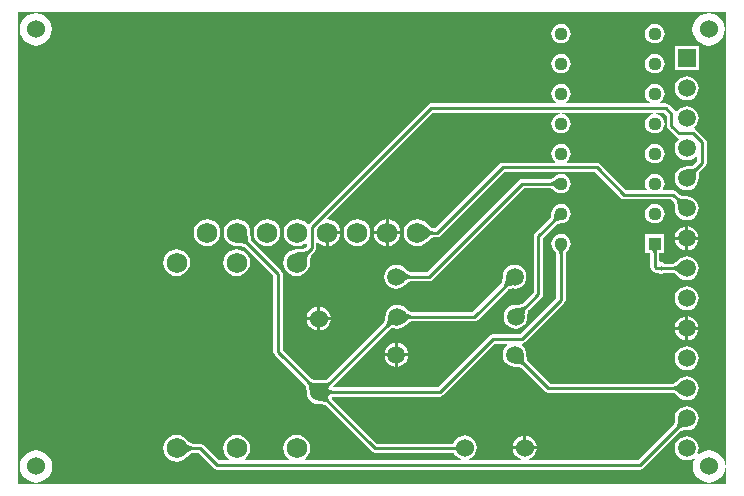
<source format=gtl>
G04*
G04 #@! TF.GenerationSoftware,Altium Limited,Altium Designer,20.2.6 (244)*
G04*
G04 Layer_Physical_Order=1*
G04 Layer_Color=255*
%FSLAX43Y43*%
%MOMM*%
G71*
G04*
G04 #@! TF.SameCoordinates,70A9E041-225B-441C-BFEB-4F53169E124C*
G04*
G04*
G04 #@! TF.FilePolarity,Positive*
G04*
G01*
G75*
%ADD12C,0.254*%
%ADD20R,1.130X1.130*%
%ADD21C,1.130*%
%ADD22C,1.750*%
%ADD23C,1.524*%
%ADD24C,1.500*%
%ADD25C,1.750*%
%ADD26R,1.500X1.500*%
G36*
X59995Y1655D02*
X59868Y1647D01*
X59841Y1852D01*
X59704Y2181D01*
X59487Y2464D01*
X59204Y2681D01*
X58875Y2818D01*
X58522Y2864D01*
X58168Y2818D01*
X57839Y2681D01*
X57656Y2541D01*
X57552Y2621D01*
X57620Y2786D01*
X57655Y3048D01*
X57620Y3310D01*
X57519Y3554D01*
X57358Y3764D01*
X57148Y3925D01*
X56904Y4026D01*
X56642Y4061D01*
X56380Y4026D01*
X56136Y3925D01*
X55926Y3764D01*
X55765Y3554D01*
X55664Y3310D01*
X55629Y3048D01*
X55664Y2786D01*
X55765Y2542D01*
X55926Y2332D01*
X56136Y2171D01*
X56380Y2070D01*
X56642Y2035D01*
X56904Y2070D01*
X57148Y2171D01*
X57220Y2226D01*
X57324Y2146D01*
X57202Y1852D01*
X57156Y1499D01*
X57202Y1145D01*
X57339Y816D01*
X57556Y533D01*
X57839Y316D01*
X58168Y179D01*
X58522Y133D01*
X58875Y179D01*
X59204Y316D01*
X59487Y533D01*
X59704Y816D01*
X59841Y1145D01*
X59868Y1351D01*
X59995Y1342D01*
Y0D01*
X0D01*
Y40005D01*
X59995D01*
Y1655D01*
D02*
G37*
%LPC*%
G36*
X53939Y38970D02*
X53726Y38942D01*
X53526Y38859D01*
X53355Y38728D01*
X53224Y38557D01*
X53141Y38358D01*
X53113Y38144D01*
X53141Y37930D01*
X53224Y37731D01*
X53355Y37560D01*
X53526Y37429D01*
X53726Y37346D01*
X53939Y37318D01*
X54153Y37346D01*
X54352Y37429D01*
X54524Y37560D01*
X54655Y37731D01*
X54737Y37930D01*
X54765Y38144D01*
X54737Y38358D01*
X54655Y38557D01*
X54524Y38728D01*
X54352Y38859D01*
X54153Y38942D01*
X53939Y38970D01*
D02*
G37*
G36*
X45999D02*
X45786Y38942D01*
X45586Y38859D01*
X45415Y38728D01*
X45284Y38557D01*
X45201Y38358D01*
X45173Y38144D01*
X45201Y37930D01*
X45284Y37731D01*
X45415Y37560D01*
X45586Y37429D01*
X45786Y37346D01*
X45999Y37318D01*
X46213Y37346D01*
X46412Y37429D01*
X46584Y37560D01*
X46715Y37731D01*
X46797Y37930D01*
X46825Y38144D01*
X46797Y38358D01*
X46715Y38557D01*
X46584Y38728D01*
X46412Y38859D01*
X46213Y38942D01*
X45999Y38970D01*
D02*
G37*
G36*
X58496Y39872D02*
X58143Y39826D01*
X57813Y39689D01*
X57531Y39472D01*
X57313Y39189D01*
X57177Y38860D01*
X57131Y38506D01*
X57177Y38153D01*
X57313Y37824D01*
X57531Y37541D01*
X57813Y37324D01*
X58143Y37187D01*
X58496Y37141D01*
X58850Y37187D01*
X59179Y37324D01*
X59462Y37541D01*
X59679Y37824D01*
X59815Y38153D01*
X59862Y38506D01*
X59815Y38860D01*
X59679Y39189D01*
X59462Y39472D01*
X59179Y39689D01*
X58850Y39826D01*
X58496Y39872D01*
D02*
G37*
G36*
X1524D02*
X1171Y39826D01*
X841Y39689D01*
X558Y39472D01*
X341Y39189D01*
X205Y38860D01*
X158Y38506D01*
X205Y38153D01*
X341Y37824D01*
X558Y37541D01*
X841Y37324D01*
X1171Y37187D01*
X1524Y37141D01*
X1877Y37187D01*
X2207Y37324D01*
X2490Y37541D01*
X2707Y37824D01*
X2843Y38153D01*
X2890Y38506D01*
X2843Y38860D01*
X2707Y39189D01*
X2490Y39472D01*
X2207Y39689D01*
X1877Y39826D01*
X1524Y39872D01*
D02*
G37*
G36*
X57646Y37072D02*
X55638D01*
Y35064D01*
X57646D01*
Y37072D01*
D02*
G37*
G36*
X53939Y36430D02*
X53726Y36402D01*
X53526Y36319D01*
X53355Y36188D01*
X53224Y36017D01*
X53141Y35818D01*
X53113Y35604D01*
X53141Y35390D01*
X53224Y35191D01*
X53355Y35020D01*
X53526Y34889D01*
X53726Y34806D01*
X53939Y34778D01*
X54153Y34806D01*
X54352Y34889D01*
X54524Y35020D01*
X54655Y35191D01*
X54737Y35390D01*
X54765Y35604D01*
X54737Y35818D01*
X54655Y36017D01*
X54524Y36188D01*
X54352Y36319D01*
X54153Y36402D01*
X53939Y36430D01*
D02*
G37*
G36*
X45999D02*
X45786Y36402D01*
X45586Y36319D01*
X45415Y36188D01*
X45284Y36017D01*
X45201Y35818D01*
X45173Y35604D01*
X45201Y35390D01*
X45284Y35191D01*
X45415Y35020D01*
X45586Y34889D01*
X45786Y34806D01*
X45999Y34778D01*
X46213Y34806D01*
X46412Y34889D01*
X46584Y35020D01*
X46715Y35191D01*
X46797Y35390D01*
X46825Y35604D01*
X46797Y35818D01*
X46715Y36017D01*
X46584Y36188D01*
X46412Y36319D01*
X46213Y36402D01*
X45999Y36430D01*
D02*
G37*
G36*
X56642Y34541D02*
X56380Y34506D01*
X56136Y34405D01*
X55926Y34244D01*
X55765Y34034D01*
X55664Y33790D01*
X55629Y33528D01*
X55664Y33266D01*
X55765Y33022D01*
X55926Y32812D01*
X56136Y32651D01*
X56380Y32550D01*
X56642Y32515D01*
X56904Y32550D01*
X57148Y32651D01*
X57358Y32812D01*
X57519Y33022D01*
X57620Y33266D01*
X57655Y33528D01*
X57620Y33790D01*
X57519Y34034D01*
X57358Y34244D01*
X57148Y34405D01*
X56904Y34506D01*
X56642Y34541D01*
D02*
G37*
G36*
X53939Y33890D02*
X53726Y33862D01*
X53526Y33779D01*
X53355Y33648D01*
X53224Y33477D01*
X53141Y33278D01*
X53113Y33064D01*
X53141Y32850D01*
X53224Y32651D01*
X53355Y32480D01*
X53502Y32367D01*
X53483Y32267D01*
X53469Y32240D01*
X46470D01*
X46456Y32267D01*
X46436Y32367D01*
X46584Y32480D01*
X46715Y32651D01*
X46797Y32850D01*
X46825Y33064D01*
X46797Y33278D01*
X46715Y33477D01*
X46584Y33648D01*
X46412Y33779D01*
X46213Y33862D01*
X45999Y33890D01*
X45786Y33862D01*
X45586Y33779D01*
X45415Y33648D01*
X45284Y33477D01*
X45201Y33278D01*
X45173Y33064D01*
X45201Y32850D01*
X45284Y32651D01*
X45415Y32480D01*
X45562Y32367D01*
X45543Y32267D01*
X45529Y32240D01*
X34975D01*
X34826Y32210D01*
X34700Y32126D01*
X24636Y22063D01*
X24602Y22043D01*
X24494Y22039D01*
X24453Y22093D01*
X24217Y22274D01*
X23942Y22388D01*
X23647Y22427D01*
X23353Y22388D01*
X23078Y22274D01*
X22842Y22093D01*
X22661Y21857D01*
X22547Y21583D01*
X22509Y21288D01*
X22547Y20993D01*
X22661Y20719D01*
X22842Y20483D01*
X23078Y20302D01*
X23353Y20188D01*
X23647Y20149D01*
X23942Y20188D01*
X24217Y20302D01*
X24388Y20433D01*
X24515Y20371D01*
Y20190D01*
X24316Y19992D01*
X24316Y19992D01*
X24290Y19975D01*
X24251Y19957D01*
X24200Y19939D01*
X24135Y19922D01*
X24058Y19907D01*
X23971Y19896D01*
X23753Y19883D01*
X23657Y19882D01*
X23622Y19887D01*
X23327Y19848D01*
X23053Y19734D01*
X22817Y19553D01*
X22636Y19317D01*
X22522Y19043D01*
X22483Y18748D01*
X22522Y18453D01*
X22636Y18179D01*
X22817Y17943D01*
X23053Y17762D01*
X23327Y17648D01*
X23622Y17609D01*
X23917Y17648D01*
X24191Y17762D01*
X24427Y17943D01*
X24608Y18179D01*
X24722Y18453D01*
X24761Y18748D01*
X24756Y18783D01*
X24757Y18879D01*
X24770Y19097D01*
X24781Y19184D01*
X24796Y19261D01*
X24813Y19326D01*
X24831Y19377D01*
X24849Y19416D01*
X24866Y19442D01*
X24866Y19442D01*
X25178Y19755D01*
X25262Y19881D01*
X25292Y20029D01*
Y20404D01*
X25419Y20455D01*
X25618Y20302D01*
X25893Y20188D01*
X26060Y20166D01*
Y21288D01*
X26187D01*
Y21415D01*
X27309D01*
X27287Y21583D01*
X27174Y21857D01*
X26993Y22093D01*
X26757Y22274D01*
X26482Y22388D01*
X26268Y22416D01*
X26223Y22550D01*
X35136Y31463D01*
X45885D01*
X45894Y31336D01*
X45786Y31322D01*
X45586Y31239D01*
X45415Y31108D01*
X45284Y30937D01*
X45201Y30738D01*
X45173Y30524D01*
X45201Y30310D01*
X45284Y30111D01*
X45415Y29940D01*
X45586Y29809D01*
X45786Y29726D01*
X45999Y29698D01*
X46213Y29726D01*
X46412Y29809D01*
X46584Y29940D01*
X46715Y30111D01*
X46797Y30310D01*
X46825Y30524D01*
X46797Y30738D01*
X46715Y30937D01*
X46584Y31108D01*
X46412Y31239D01*
X46213Y31322D01*
X46105Y31336D01*
X46114Y31463D01*
X53825D01*
X53834Y31336D01*
X53726Y31322D01*
X53526Y31239D01*
X53355Y31108D01*
X53224Y30937D01*
X53141Y30738D01*
X53113Y30524D01*
X53141Y30310D01*
X53224Y30111D01*
X53355Y29940D01*
X53526Y29809D01*
X53726Y29726D01*
X53939Y29698D01*
X54153Y29726D01*
X54352Y29809D01*
X54524Y29940D01*
X54655Y30111D01*
X54737Y30310D01*
X54765Y30524D01*
X54737Y30738D01*
X54655Y30937D01*
X54524Y31108D01*
X54352Y31239D01*
X54153Y31322D01*
X54045Y31336D01*
X54054Y31463D01*
X54703D01*
X54958Y31208D01*
Y30353D01*
X54988Y30204D01*
X55072Y30078D01*
X55707Y29443D01*
X55833Y29359D01*
X55943Y29337D01*
X55979Y29234D01*
X55978Y29204D01*
X55926Y29164D01*
X55765Y28954D01*
X55664Y28710D01*
X55629Y28448D01*
X55664Y28186D01*
X55765Y27942D01*
X55926Y27732D01*
X56136Y27571D01*
X56380Y27470D01*
X56642Y27435D01*
X56904Y27470D01*
X57148Y27571D01*
X57358Y27732D01*
X57422Y27815D01*
X57549Y27772D01*
Y27364D01*
X57194Y27010D01*
X57175Y26997D01*
X57144Y26982D01*
X57104Y26967D01*
X57052Y26952D01*
X56991Y26939D01*
X56923Y26930D01*
X56747Y26918D01*
X56669Y26917D01*
X56642Y26921D01*
X56380Y26886D01*
X56136Y26785D01*
X55926Y26624D01*
X55765Y26414D01*
X55664Y26170D01*
X55629Y25908D01*
X55664Y25646D01*
X55765Y25402D01*
X55926Y25192D01*
X56136Y25031D01*
X56380Y24930D01*
X56642Y24895D01*
X56904Y24930D01*
X57148Y25031D01*
X57358Y25192D01*
X57519Y25402D01*
X57620Y25646D01*
X57655Y25908D01*
X57651Y25935D01*
X57652Y26013D01*
X57664Y26189D01*
X57673Y26257D01*
X57686Y26318D01*
X57701Y26370D01*
X57716Y26410D01*
X57731Y26441D01*
X57744Y26460D01*
X58212Y26929D01*
X58296Y27055D01*
X58326Y27203D01*
Y28956D01*
X58296Y29105D01*
X58212Y29231D01*
X57450Y29993D01*
X57324Y30077D01*
X57315Y30079D01*
X57283Y30215D01*
X57358Y30272D01*
X57519Y30482D01*
X57620Y30726D01*
X57655Y30988D01*
X57620Y31250D01*
X57519Y31494D01*
X57358Y31704D01*
X57148Y31865D01*
X56904Y31966D01*
X56642Y32001D01*
X56380Y31966D01*
X56136Y31865D01*
X55926Y31704D01*
X55817Y31562D01*
X55815Y31561D01*
X55667Y31575D01*
X55621Y31644D01*
X55139Y32126D01*
X55013Y32210D01*
X54864Y32240D01*
X54410D01*
X54396Y32267D01*
X54376Y32367D01*
X54524Y32480D01*
X54655Y32651D01*
X54737Y32850D01*
X54765Y33064D01*
X54737Y33278D01*
X54655Y33477D01*
X54524Y33648D01*
X54352Y33779D01*
X54153Y33862D01*
X53939Y33890D01*
D02*
G37*
G36*
Y28810D02*
X53726Y28782D01*
X53526Y28699D01*
X53355Y28568D01*
X53224Y28397D01*
X53141Y28198D01*
X53113Y27984D01*
X53141Y27770D01*
X53224Y27571D01*
X53355Y27400D01*
X53526Y27269D01*
X53726Y27186D01*
X53939Y27158D01*
X54153Y27186D01*
X54352Y27269D01*
X54524Y27400D01*
X54655Y27571D01*
X54737Y27770D01*
X54765Y27984D01*
X54737Y28198D01*
X54655Y28397D01*
X54524Y28568D01*
X54352Y28699D01*
X54153Y28782D01*
X53939Y28810D01*
D02*
G37*
G36*
X45999Y26270D02*
X45786Y26242D01*
X45586Y26159D01*
X45415Y26028D01*
X45406Y26016D01*
X45367Y25978D01*
X45326Y25941D01*
X45287Y25910D01*
X45250Y25885D01*
X45218Y25865D01*
X45189Y25851D01*
X45163Y25841D01*
X45142Y25834D01*
X45131Y25832D01*
X42696D01*
X42547Y25803D01*
X42421Y25719D01*
X34670Y17968D01*
X33232D01*
X33209Y17973D01*
X33177Y17984D01*
X33137Y18002D01*
X33091Y18028D01*
X33039Y18062D01*
X32984Y18103D01*
X32851Y18219D01*
X32795Y18274D01*
X32778Y18296D01*
X32569Y18457D01*
X32325Y18558D01*
X32062Y18592D01*
X31800Y18558D01*
X31556Y18457D01*
X31346Y18296D01*
X31185Y18086D01*
X31084Y17842D01*
X31050Y17580D01*
X31084Y17317D01*
X31185Y17073D01*
X31346Y16864D01*
X31556Y16703D01*
X31800Y16601D01*
X32062Y16567D01*
X32325Y16601D01*
X32569Y16703D01*
X32778Y16864D01*
X32795Y16885D01*
X32851Y16940D01*
X32984Y17056D01*
X33039Y17097D01*
X33091Y17132D01*
X33137Y17158D01*
X33177Y17176D01*
X33209Y17186D01*
X33232Y17191D01*
X34831D01*
X34980Y17221D01*
X35106Y17305D01*
X42857Y25056D01*
X45131D01*
X45142Y25054D01*
X45163Y25047D01*
X45189Y25037D01*
X45218Y25023D01*
X45250Y25003D01*
X45284Y24980D01*
X45370Y24908D01*
X45406Y24872D01*
X45415Y24860D01*
X45586Y24729D01*
X45786Y24646D01*
X45999Y24618D01*
X46213Y24646D01*
X46412Y24729D01*
X46584Y24860D01*
X46715Y25031D01*
X46797Y25230D01*
X46825Y25444D01*
X46797Y25658D01*
X46715Y25857D01*
X46584Y26028D01*
X46412Y26159D01*
X46213Y26242D01*
X45999Y26270D01*
D02*
G37*
G36*
Y28810D02*
X45786Y28782D01*
X45586Y28699D01*
X45415Y28568D01*
X45284Y28397D01*
X45201Y28198D01*
X45173Y27984D01*
X45201Y27770D01*
X45284Y27571D01*
X45415Y27400D01*
X45496Y27338D01*
X45453Y27211D01*
X41046D01*
X40898Y27181D01*
X40772Y27097D01*
X35351Y21676D01*
X35178D01*
X35178Y21676D01*
X35148Y21683D01*
X35108Y21698D01*
X35058Y21722D01*
X35000Y21755D01*
X34935Y21800D01*
X34866Y21853D01*
X34703Y21997D01*
X34634Y22065D01*
X34613Y22093D01*
X34377Y22274D01*
X34102Y22388D01*
X33807Y22427D01*
X33513Y22388D01*
X33238Y22274D01*
X33002Y22093D01*
X32821Y21857D01*
X32707Y21583D01*
X32669Y21288D01*
X32707Y20993D01*
X32821Y20719D01*
X33002Y20483D01*
X33238Y20302D01*
X33513Y20188D01*
X33807Y20149D01*
X34102Y20188D01*
X34377Y20302D01*
X34613Y20483D01*
X34634Y20511D01*
X34703Y20579D01*
X34866Y20723D01*
X34935Y20776D01*
X35000Y20821D01*
X35058Y20854D01*
X35108Y20878D01*
X35148Y20893D01*
X35178Y20900D01*
X35178Y20900D01*
X35512D01*
X35661Y20929D01*
X35787Y21013D01*
X41207Y26434D01*
X48852D01*
X51063Y24223D01*
X51189Y24139D01*
X51337Y24110D01*
X55351D01*
X55540Y23920D01*
X55553Y23901D01*
X55568Y23870D01*
X55583Y23830D01*
X55598Y23778D01*
X55611Y23717D01*
X55620Y23649D01*
X55632Y23473D01*
X55633Y23395D01*
X55629Y23368D01*
X55664Y23106D01*
X55765Y22862D01*
X55926Y22652D01*
X56136Y22491D01*
X56380Y22390D01*
X56642Y22355D01*
X56904Y22390D01*
X57148Y22491D01*
X57358Y22652D01*
X57519Y22862D01*
X57620Y23106D01*
X57655Y23368D01*
X57620Y23630D01*
X57519Y23874D01*
X57358Y24084D01*
X57148Y24245D01*
X56904Y24346D01*
X56642Y24381D01*
X56615Y24377D01*
X56537Y24378D01*
X56361Y24390D01*
X56293Y24399D01*
X56232Y24412D01*
X56180Y24427D01*
X56140Y24442D01*
X56109Y24457D01*
X56090Y24470D01*
X55787Y24773D01*
X55661Y24857D01*
X55512Y24886D01*
X54687D01*
X54631Y25000D01*
X54655Y25031D01*
X54737Y25230D01*
X54765Y25444D01*
X54737Y25658D01*
X54655Y25857D01*
X54524Y26028D01*
X54352Y26159D01*
X54153Y26242D01*
X53939Y26270D01*
X53726Y26242D01*
X53526Y26159D01*
X53355Y26028D01*
X53224Y25857D01*
X53141Y25658D01*
X53113Y25444D01*
X53141Y25230D01*
X53224Y25031D01*
X53247Y25000D01*
X53191Y24886D01*
X51498D01*
X49287Y27097D01*
X49161Y27181D01*
X49013Y27211D01*
X46546D01*
X46503Y27338D01*
X46584Y27400D01*
X46715Y27571D01*
X46797Y27770D01*
X46825Y27984D01*
X46797Y28198D01*
X46715Y28397D01*
X46584Y28568D01*
X46412Y28699D01*
X46213Y28782D01*
X45999Y28810D01*
D02*
G37*
G36*
X53939Y23730D02*
X53726Y23702D01*
X53526Y23619D01*
X53355Y23488D01*
X53224Y23317D01*
X53141Y23118D01*
X53113Y22904D01*
X53141Y22690D01*
X53224Y22491D01*
X53355Y22320D01*
X53526Y22189D01*
X53726Y22106D01*
X53939Y22078D01*
X54153Y22106D01*
X54352Y22189D01*
X54524Y22320D01*
X54655Y22491D01*
X54737Y22690D01*
X54765Y22904D01*
X54737Y23118D01*
X54655Y23317D01*
X54524Y23488D01*
X54352Y23619D01*
X54153Y23702D01*
X53939Y23730D01*
D02*
G37*
G36*
X45999D02*
X45786Y23702D01*
X45586Y23619D01*
X45415Y23488D01*
X45284Y23317D01*
X45201Y23118D01*
X45173Y22904D01*
X45175Y22889D01*
X45175Y22835D01*
X45171Y22779D01*
X45166Y22730D01*
X45158Y22686D01*
X45149Y22649D01*
X45139Y22618D01*
X45128Y22593D01*
X45117Y22574D01*
X45111Y22565D01*
X43805Y21259D01*
X43721Y21133D01*
X43691Y20984D01*
Y16270D01*
X42698Y15278D01*
X42679Y15265D01*
X42649Y15250D01*
X42608Y15235D01*
X42557Y15220D01*
X42495Y15207D01*
X42427Y15198D01*
X42252Y15186D01*
X42173Y15185D01*
X42146Y15189D01*
X41884Y15154D01*
X41640Y15053D01*
X41430Y14892D01*
X41269Y14682D01*
X41168Y14438D01*
X41134Y14176D01*
X41168Y13914D01*
X41269Y13670D01*
X41430Y13460D01*
X41640Y13299D01*
X41884Y13198D01*
X42146Y13163D01*
X42408Y13198D01*
X42653Y13299D01*
X42862Y13460D01*
X43023Y13670D01*
X43124Y13914D01*
X43159Y14176D01*
X43155Y14203D01*
X43156Y14281D01*
X43168Y14457D01*
X43178Y14525D01*
X43190Y14586D01*
X43205Y14638D01*
X43220Y14678D01*
X43235Y14709D01*
X43248Y14728D01*
X44354Y15835D01*
X44438Y15961D01*
X44468Y16109D01*
Y20823D01*
X45660Y22015D01*
X45669Y22022D01*
X45689Y22032D01*
X45714Y22043D01*
X45744Y22053D01*
X45782Y22063D01*
X45821Y22070D01*
X45933Y22079D01*
X45984Y22080D01*
X45999Y22078D01*
X46213Y22106D01*
X46412Y22189D01*
X46584Y22320D01*
X46715Y22491D01*
X46797Y22690D01*
X46825Y22904D01*
X46797Y23118D01*
X46715Y23317D01*
X46584Y23488D01*
X46412Y23619D01*
X46213Y23702D01*
X45999Y23730D01*
D02*
G37*
G36*
X31394Y22410D02*
Y21415D01*
X32389D01*
X32367Y21583D01*
X32254Y21857D01*
X32073Y22093D01*
X31837Y22274D01*
X31562Y22388D01*
X31394Y22410D01*
D02*
G37*
G36*
X31140D02*
X30973Y22388D01*
X30698Y22274D01*
X30462Y22093D01*
X30281Y21857D01*
X30167Y21583D01*
X30145Y21415D01*
X31140D01*
Y22410D01*
D02*
G37*
G36*
X56769Y21824D02*
Y20955D01*
X57638D01*
X57620Y21090D01*
X57519Y21334D01*
X57358Y21544D01*
X57148Y21705D01*
X56904Y21806D01*
X56769Y21824D01*
D02*
G37*
G36*
X56515D02*
X56380Y21806D01*
X56136Y21705D01*
X55926Y21544D01*
X55765Y21334D01*
X55664Y21090D01*
X55646Y20955D01*
X56515D01*
Y21824D01*
D02*
G37*
G36*
X32389Y21161D02*
X31394D01*
Y20166D01*
X31562Y20188D01*
X31837Y20302D01*
X32073Y20483D01*
X32254Y20719D01*
X32367Y20993D01*
X32389Y21161D01*
D02*
G37*
G36*
X31140D02*
X30145D01*
X30167Y20993D01*
X30281Y20719D01*
X30462Y20483D01*
X30698Y20302D01*
X30973Y20188D01*
X31140Y20166D01*
Y21161D01*
D02*
G37*
G36*
X27309D02*
X26314D01*
Y20166D01*
X26482Y20188D01*
X26757Y20302D01*
X26993Y20483D01*
X27174Y20719D01*
X27287Y20993D01*
X27309Y21161D01*
D02*
G37*
G36*
X28727Y22427D02*
X28433Y22388D01*
X28158Y22274D01*
X27922Y22093D01*
X27741Y21857D01*
X27627Y21583D01*
X27589Y21288D01*
X27627Y20993D01*
X27741Y20719D01*
X27922Y20483D01*
X28158Y20302D01*
X28433Y20188D01*
X28727Y20149D01*
X29022Y20188D01*
X29297Y20302D01*
X29533Y20483D01*
X29714Y20719D01*
X29827Y20993D01*
X29866Y21288D01*
X29827Y21583D01*
X29714Y21857D01*
X29533Y22093D01*
X29297Y22274D01*
X29022Y22388D01*
X28727Y22427D01*
D02*
G37*
G36*
X21107D02*
X20813Y22388D01*
X20538Y22274D01*
X20302Y22093D01*
X20121Y21857D01*
X20007Y21583D01*
X19969Y21288D01*
X20007Y20993D01*
X20121Y20719D01*
X20302Y20483D01*
X20538Y20302D01*
X20813Y20188D01*
X21107Y20149D01*
X21402Y20188D01*
X21677Y20302D01*
X21913Y20483D01*
X22094Y20719D01*
X22207Y20993D01*
X22246Y21288D01*
X22207Y21583D01*
X22094Y21857D01*
X21913Y22093D01*
X21677Y22274D01*
X21402Y22388D01*
X21107Y22427D01*
D02*
G37*
G36*
X16027D02*
X15733Y22388D01*
X15458Y22274D01*
X15222Y22093D01*
X15041Y21857D01*
X14927Y21583D01*
X14889Y21288D01*
X14927Y20993D01*
X15041Y20719D01*
X15222Y20483D01*
X15458Y20302D01*
X15733Y20188D01*
X16027Y20149D01*
X16322Y20188D01*
X16597Y20302D01*
X16833Y20483D01*
X17014Y20719D01*
X17127Y20993D01*
X17166Y21288D01*
X17127Y21583D01*
X17014Y21857D01*
X16833Y22093D01*
X16597Y22274D01*
X16322Y22388D01*
X16027Y22427D01*
D02*
G37*
G36*
X57638Y20701D02*
X56769D01*
Y19832D01*
X56904Y19850D01*
X57148Y19951D01*
X57358Y20112D01*
X57519Y20322D01*
X57620Y20566D01*
X57638Y20701D01*
D02*
G37*
G36*
X56515D02*
X55646D01*
X55664Y20566D01*
X55765Y20322D01*
X55926Y20112D01*
X56136Y19951D01*
X56380Y19850D01*
X56515Y19832D01*
Y20701D01*
D02*
G37*
G36*
X18542Y19887D02*
X18247Y19848D01*
X17973Y19734D01*
X17737Y19553D01*
X17556Y19317D01*
X17442Y19043D01*
X17403Y18748D01*
X17442Y18453D01*
X17556Y18179D01*
X17737Y17943D01*
X17973Y17762D01*
X18247Y17648D01*
X18542Y17609D01*
X18837Y17648D01*
X19111Y17762D01*
X19347Y17943D01*
X19528Y18179D01*
X19642Y18453D01*
X19681Y18748D01*
X19642Y19043D01*
X19528Y19317D01*
X19347Y19553D01*
X19111Y19734D01*
X18837Y19848D01*
X18542Y19887D01*
D02*
G37*
G36*
X13462D02*
X13167Y19848D01*
X12893Y19734D01*
X12657Y19553D01*
X12476Y19317D01*
X12362Y19043D01*
X12323Y18748D01*
X12362Y18453D01*
X12476Y18179D01*
X12657Y17943D01*
X12893Y17762D01*
X13167Y17648D01*
X13462Y17609D01*
X13757Y17648D01*
X14031Y17762D01*
X14267Y17943D01*
X14448Y18179D01*
X14562Y18453D01*
X14601Y18748D01*
X14562Y19043D01*
X14448Y19317D01*
X14267Y19553D01*
X14031Y19734D01*
X13757Y19848D01*
X13462Y19887D01*
D02*
G37*
G36*
X54758Y21183D02*
X53120D01*
Y19545D01*
X53551D01*
Y18364D01*
X53581Y18216D01*
X53665Y18090D01*
X53741Y18013D01*
X53867Y17929D01*
X54016Y17900D01*
X54282D01*
X54297Y17871D01*
X54307Y17862D01*
X54315Y17851D01*
X54346Y17830D01*
X54374Y17807D01*
X54388Y17802D01*
X54399Y17795D01*
X54436Y17788D01*
X54471Y17776D01*
X54485Y17778D01*
X54498Y17775D01*
X54535Y17782D01*
X54572Y17786D01*
X54584Y17792D01*
X54597Y17795D01*
X54628Y17815D01*
X54661Y17833D01*
X54670Y17843D01*
X54681Y17851D01*
X54702Y17882D01*
X54717Y17900D01*
X55473D01*
X55495Y17895D01*
X55527Y17884D01*
X55567Y17866D01*
X55613Y17840D01*
X55666Y17806D01*
X55721Y17764D01*
X55853Y17649D01*
X55909Y17594D01*
X55926Y17572D01*
X56136Y17411D01*
X56380Y17310D01*
X56642Y17275D01*
X56904Y17310D01*
X57148Y17411D01*
X57358Y17572D01*
X57519Y17782D01*
X57620Y18026D01*
X57655Y18288D01*
X57620Y18550D01*
X57519Y18794D01*
X57358Y19004D01*
X57148Y19165D01*
X56904Y19266D01*
X56642Y19301D01*
X56380Y19266D01*
X56136Y19165D01*
X55926Y19004D01*
X55909Y18982D01*
X55853Y18927D01*
X55721Y18812D01*
X55666Y18770D01*
X55613Y18736D01*
X55567Y18710D01*
X55527Y18692D01*
X55495Y18681D01*
X55473Y18676D01*
X54717D01*
X54702Y18694D01*
X54681Y18725D01*
X54670Y18733D01*
X54661Y18743D01*
X54628Y18761D01*
X54597Y18781D01*
X54584Y18784D01*
X54572Y18790D01*
X54535Y18794D01*
X54498Y18801D01*
X54485Y18798D01*
X54471Y18800D01*
X54455Y18795D01*
X54394Y18822D01*
X54345Y18861D01*
X54328Y18886D01*
Y19545D01*
X54758D01*
Y21183D01*
D02*
G37*
G36*
X56642Y16761D02*
X56380Y16726D01*
X56136Y16625D01*
X55926Y16464D01*
X55765Y16254D01*
X55664Y16010D01*
X55629Y15748D01*
X55664Y15486D01*
X55765Y15242D01*
X55926Y15032D01*
X56136Y14871D01*
X56380Y14770D01*
X56642Y14735D01*
X56904Y14770D01*
X57148Y14871D01*
X57358Y15032D01*
X57519Y15242D01*
X57620Y15486D01*
X57655Y15748D01*
X57620Y16010D01*
X57519Y16254D01*
X57358Y16464D01*
X57148Y16625D01*
X56904Y16726D01*
X56642Y16761D01*
D02*
G37*
G36*
X25603Y15032D02*
Y14151D01*
X26484D01*
X26466Y14289D01*
X26364Y14536D01*
X26201Y14748D01*
X25989Y14911D01*
X25741Y15013D01*
X25603Y15032D01*
D02*
G37*
G36*
X25349D02*
X25211Y15013D01*
X24964Y14911D01*
X24752Y14748D01*
X24589Y14536D01*
X24486Y14289D01*
X24468Y14151D01*
X25349D01*
Y15032D01*
D02*
G37*
G36*
X56769Y14204D02*
Y13335D01*
X57638D01*
X57620Y13470D01*
X57519Y13714D01*
X57358Y13924D01*
X57148Y14085D01*
X56904Y14186D01*
X56769Y14204D01*
D02*
G37*
G36*
X56515D02*
X56380Y14186D01*
X56136Y14085D01*
X55926Y13924D01*
X55765Y13714D01*
X55664Y13470D01*
X55646Y13335D01*
X56515D01*
Y14204D01*
D02*
G37*
G36*
X26484Y13897D02*
X25603D01*
Y13016D01*
X25741Y13034D01*
X25989Y13136D01*
X26201Y13299D01*
X26364Y13511D01*
X26466Y13758D01*
X26484Y13897D01*
D02*
G37*
G36*
X25349D02*
X24468D01*
X24486Y13758D01*
X24589Y13511D01*
X24752Y13299D01*
X24964Y13136D01*
X25211Y13034D01*
X25349Y13016D01*
Y13897D01*
D02*
G37*
G36*
X57638Y13081D02*
X56769D01*
Y12212D01*
X56904Y12230D01*
X57148Y12331D01*
X57358Y12492D01*
X57519Y12702D01*
X57620Y12946D01*
X57638Y13081D01*
D02*
G37*
G36*
X56515D02*
X55646D01*
X55664Y12946D01*
X55765Y12702D01*
X55926Y12492D01*
X56136Y12331D01*
X56380Y12230D01*
X56515Y12212D01*
Y13081D01*
D02*
G37*
G36*
X32189Y11946D02*
Y11077D01*
X33058D01*
X33041Y11212D01*
X32939Y11457D01*
X32778Y11666D01*
X32569Y11827D01*
X32325Y11928D01*
X32189Y11946D01*
D02*
G37*
G36*
X31935D02*
X31800Y11928D01*
X31556Y11827D01*
X31346Y11666D01*
X31185Y11457D01*
X31084Y11212D01*
X31066Y11077D01*
X31935D01*
Y11946D01*
D02*
G37*
G36*
X33058Y10823D02*
X32189D01*
Y9954D01*
X32325Y9972D01*
X32569Y10073D01*
X32778Y10234D01*
X32939Y10444D01*
X33041Y10688D01*
X33058Y10823D01*
D02*
G37*
G36*
X31935D02*
X31066D01*
X31084Y10688D01*
X31185Y10444D01*
X31346Y10234D01*
X31556Y10073D01*
X31800Y9972D01*
X31935Y9954D01*
Y10823D01*
D02*
G37*
G36*
X56642Y11681D02*
X56380Y11646D01*
X56136Y11545D01*
X55926Y11384D01*
X55765Y11174D01*
X55664Y10930D01*
X55629Y10668D01*
X55664Y10406D01*
X55765Y10162D01*
X55926Y9952D01*
X56136Y9791D01*
X56380Y9690D01*
X56642Y9655D01*
X56904Y9690D01*
X57148Y9791D01*
X57358Y9952D01*
X57519Y10162D01*
X57620Y10406D01*
X57655Y10668D01*
X57620Y10930D01*
X57519Y11174D01*
X57358Y11384D01*
X57148Y11545D01*
X56904Y11646D01*
X56642Y11681D01*
D02*
G37*
G36*
X18567Y22427D02*
X18273Y22388D01*
X17998Y22274D01*
X17762Y22093D01*
X17581Y21857D01*
X17467Y21583D01*
X17429Y21288D01*
X17467Y20993D01*
X17581Y20719D01*
X17762Y20483D01*
X17998Y20302D01*
X18273Y20188D01*
X18567Y20149D01*
X18603Y20154D01*
X18699Y20153D01*
X18917Y20140D01*
X19003Y20129D01*
X19080Y20114D01*
X19145Y20097D01*
X19197Y20079D01*
X19236Y20061D01*
X19262Y20044D01*
X19262Y20044D01*
X21655Y17651D01*
Y11233D01*
X21685Y11085D01*
X21769Y10959D01*
X24361Y8366D01*
X24374Y8347D01*
X24389Y8315D01*
X24405Y8273D01*
X24420Y8221D01*
X24433Y8158D01*
X24442Y8088D01*
X24455Y7909D01*
X24455Y7829D01*
X24451Y7801D01*
X24486Y7535D01*
X24589Y7288D01*
X24752Y7076D01*
X24964Y6913D01*
X25211Y6811D01*
X25476Y6776D01*
X25504Y6780D01*
X25584Y6779D01*
X25764Y6767D01*
X25834Y6757D01*
X25897Y6744D01*
X25949Y6729D01*
X25991Y6714D01*
X26022Y6698D01*
X26042Y6685D01*
X29954Y2773D01*
X30080Y2689D01*
X30229Y2660D01*
X36928D01*
X36959Y2586D01*
X37121Y2374D01*
X37334Y2211D01*
X37503Y2141D01*
X37478Y2014D01*
X24338D01*
X24295Y2141D01*
X24427Y2243D01*
X24608Y2479D01*
X24722Y2753D01*
X24761Y3048D01*
X24722Y3343D01*
X24608Y3617D01*
X24427Y3853D01*
X24191Y4034D01*
X23917Y4148D01*
X23622Y4187D01*
X23327Y4148D01*
X23053Y4034D01*
X22817Y3853D01*
X22636Y3617D01*
X22522Y3343D01*
X22483Y3048D01*
X22522Y2753D01*
X22636Y2479D01*
X22817Y2243D01*
X22949Y2141D01*
X22906Y2014D01*
X19258D01*
X19215Y2141D01*
X19347Y2243D01*
X19528Y2479D01*
X19642Y2753D01*
X19681Y3048D01*
X19642Y3343D01*
X19528Y3617D01*
X19347Y3853D01*
X19111Y4034D01*
X18837Y4148D01*
X18542Y4187D01*
X18247Y4148D01*
X17973Y4034D01*
X17737Y3853D01*
X17556Y3617D01*
X17442Y3343D01*
X17403Y3048D01*
X17442Y2753D01*
X17556Y2479D01*
X17737Y2243D01*
X17869Y2141D01*
X17826Y2014D01*
X17027D01*
X15718Y3323D01*
X15592Y3407D01*
X15443Y3436D01*
X14833D01*
X14832Y3436D01*
X14802Y3443D01*
X14762Y3458D01*
X14712Y3482D01*
X14655Y3515D01*
X14590Y3560D01*
X14521Y3613D01*
X14357Y3757D01*
X14289Y3825D01*
X14267Y3853D01*
X14031Y4034D01*
X13757Y4148D01*
X13462Y4187D01*
X13167Y4148D01*
X12893Y4034D01*
X12657Y3853D01*
X12476Y3617D01*
X12362Y3343D01*
X12323Y3048D01*
X12362Y2753D01*
X12476Y2479D01*
X12657Y2243D01*
X12893Y2062D01*
X13167Y1948D01*
X13462Y1909D01*
X13757Y1948D01*
X14031Y2062D01*
X14267Y2243D01*
X14289Y2271D01*
X14357Y2339D01*
X14521Y2483D01*
X14590Y2536D01*
X14655Y2581D01*
X14712Y2614D01*
X14762Y2638D01*
X14802Y2653D01*
X14832Y2660D01*
X14833Y2660D01*
X15282D01*
X16591Y1351D01*
X16717Y1267D01*
X16866Y1237D01*
X52680D01*
X52828Y1267D01*
X52954Y1351D01*
X56090Y4486D01*
X56109Y4499D01*
X56140Y4514D01*
X56180Y4529D01*
X56232Y4544D01*
X56293Y4557D01*
X56361Y4566D01*
X56537Y4578D01*
X56615Y4579D01*
X56642Y4575D01*
X56904Y4610D01*
X57148Y4711D01*
X57358Y4872D01*
X57519Y5082D01*
X57620Y5326D01*
X57655Y5588D01*
X57620Y5850D01*
X57519Y6094D01*
X57358Y6304D01*
X57148Y6465D01*
X56904Y6566D01*
X56642Y6601D01*
X56380Y6566D01*
X56136Y6465D01*
X55926Y6304D01*
X55765Y6094D01*
X55664Y5850D01*
X55629Y5588D01*
X55633Y5561D01*
X55632Y5483D01*
X55620Y5307D01*
X55611Y5239D01*
X55598Y5178D01*
X55583Y5126D01*
X55568Y5086D01*
X55553Y5055D01*
X55540Y5036D01*
X52519Y2014D01*
X43294D01*
X43269Y2141D01*
X43438Y2211D01*
X43651Y2374D01*
X43813Y2586D01*
X43916Y2834D01*
X43934Y2972D01*
X41918D01*
X41936Y2834D01*
X42039Y2586D01*
X42201Y2374D01*
X42414Y2211D01*
X42583Y2141D01*
X42558Y2014D01*
X38214D01*
X38189Y2141D01*
X38358Y2211D01*
X38571Y2374D01*
X38733Y2586D01*
X38836Y2834D01*
X38871Y3099D01*
X38836Y3364D01*
X38733Y3611D01*
X38571Y3823D01*
X38358Y3986D01*
X38111Y4089D01*
X37846Y4124D01*
X37581Y4089D01*
X37334Y3986D01*
X37121Y3823D01*
X36959Y3611D01*
X36886Y3436D01*
X30390D01*
X26591Y7235D01*
X26583Y7248D01*
X26578Y7269D01*
X26595Y7337D01*
X26631Y7398D01*
X26650Y7409D01*
X26665Y7412D01*
X35715D01*
X35864Y7442D01*
X35990Y7526D01*
X40369Y11905D01*
X41449D01*
X41492Y11778D01*
X41346Y11666D01*
X41185Y11457D01*
X41084Y11212D01*
X41050Y10950D01*
X41084Y10688D01*
X41185Y10444D01*
X41346Y10234D01*
X41556Y10073D01*
X41800Y9972D01*
X42062Y9938D01*
X42090Y9941D01*
X42168Y9941D01*
X42344Y9929D01*
X42412Y9919D01*
X42473Y9906D01*
X42524Y9892D01*
X42565Y9876D01*
X42596Y9861D01*
X42615Y9849D01*
X44610Y7853D01*
X44736Y7769D01*
X44885Y7740D01*
X55473D01*
X55495Y7735D01*
X55527Y7724D01*
X55567Y7706D01*
X55613Y7680D01*
X55666Y7646D01*
X55721Y7604D01*
X55853Y7489D01*
X55909Y7434D01*
X55926Y7412D01*
X56136Y7251D01*
X56380Y7150D01*
X56642Y7115D01*
X56904Y7150D01*
X57148Y7251D01*
X57358Y7412D01*
X57519Y7622D01*
X57620Y7866D01*
X57655Y8128D01*
X57620Y8390D01*
X57519Y8634D01*
X57358Y8844D01*
X57148Y9005D01*
X56904Y9106D01*
X56642Y9141D01*
X56380Y9106D01*
X56136Y9005D01*
X55926Y8844D01*
X55909Y8822D01*
X55853Y8767D01*
X55721Y8652D01*
X55666Y8610D01*
X55613Y8576D01*
X55567Y8550D01*
X55527Y8532D01*
X55495Y8521D01*
X55473Y8516D01*
X45046D01*
X43164Y10398D01*
X43152Y10417D01*
X43136Y10448D01*
X43121Y10489D01*
X43106Y10540D01*
X43094Y10601D01*
X43084Y10669D01*
X43072Y10845D01*
X43071Y10923D01*
X43075Y10950D01*
X43041Y11212D01*
X42939Y11457D01*
X42778Y11666D01*
X42633Y11778D01*
X42670Y11897D01*
X42675Y11906D01*
X42821Y11935D01*
X42947Y12019D01*
X46274Y15346D01*
X46358Y15472D01*
X46388Y15621D01*
Y19496D01*
X46390Y19507D01*
X46396Y19528D01*
X46406Y19553D01*
X46421Y19582D01*
X46440Y19615D01*
X46463Y19648D01*
X46536Y19734D01*
X46571Y19771D01*
X46584Y19780D01*
X46715Y19951D01*
X46797Y20150D01*
X46825Y20364D01*
X46797Y20578D01*
X46715Y20777D01*
X46584Y20948D01*
X46412Y21079D01*
X46213Y21162D01*
X45999Y21190D01*
X45786Y21162D01*
X45586Y21079D01*
X45415Y20948D01*
X45284Y20777D01*
X45201Y20578D01*
X45173Y20364D01*
X45201Y20150D01*
X45284Y19951D01*
X45415Y19780D01*
X45427Y19771D01*
X45465Y19732D01*
X45502Y19690D01*
X45533Y19651D01*
X45559Y19615D01*
X45578Y19582D01*
X45593Y19553D01*
X45603Y19528D01*
X45609Y19507D01*
X45611Y19496D01*
Y15782D01*
X42511Y12682D01*
X40208D01*
X40060Y12652D01*
X39934Y12568D01*
X35554Y8189D01*
X26744D01*
X26742Y8190D01*
X26740Y8193D01*
X26688Y8316D01*
X31514Y13142D01*
X31532Y13153D01*
X31559Y13166D01*
X31594Y13178D01*
X31639Y13187D01*
X31692Y13194D01*
X31751Y13197D01*
X31911Y13189D01*
X32002Y13177D01*
X32026Y13179D01*
X32146Y13163D01*
X32408Y13198D01*
X32653Y13299D01*
X32862Y13460D01*
X32879Y13482D01*
X32935Y13537D01*
X33067Y13652D01*
X33122Y13694D01*
X33175Y13728D01*
X33221Y13754D01*
X33261Y13772D01*
X33293Y13783D01*
X33316Y13788D01*
X38659D01*
X38807Y13817D01*
X38933Y13901D01*
X41510Y16478D01*
X41529Y16490D01*
X41560Y16506D01*
X41601Y16521D01*
X41652Y16536D01*
X41713Y16548D01*
X41781Y16558D01*
X41957Y16570D01*
X42035Y16571D01*
X42062Y16567D01*
X42325Y16601D01*
X42569Y16703D01*
X42778Y16864D01*
X42939Y17073D01*
X43041Y17317D01*
X43075Y17580D01*
X43041Y17842D01*
X42939Y18086D01*
X42778Y18296D01*
X42569Y18457D01*
X42325Y18558D01*
X42062Y18592D01*
X41800Y18558D01*
X41556Y18457D01*
X41346Y18296D01*
X41185Y18086D01*
X41084Y17842D01*
X41050Y17580D01*
X41053Y17552D01*
X41053Y17474D01*
X41041Y17298D01*
X41031Y17230D01*
X41018Y17169D01*
X41004Y17118D01*
X40988Y17077D01*
X40973Y17046D01*
X40961Y17027D01*
X38498Y14564D01*
X33316D01*
X33293Y14569D01*
X33261Y14580D01*
X33221Y14598D01*
X33175Y14624D01*
X33122Y14658D01*
X33067Y14700D01*
X32935Y14815D01*
X32879Y14870D01*
X32862Y14892D01*
X32653Y15053D01*
X32408Y15154D01*
X32146Y15189D01*
X31884Y15154D01*
X31640Y15053D01*
X31430Y14892D01*
X31269Y14682D01*
X31168Y14438D01*
X31154Y14334D01*
X31147Y14313D01*
X31114Y14102D01*
X31076Y13933D01*
X31057Y13868D01*
X31037Y13811D01*
X31017Y13766D01*
X31000Y13732D01*
X30988Y13714D01*
X26122Y8849D01*
X26103Y8836D01*
X26075Y8823D01*
X26039Y8812D01*
X25993Y8802D01*
X25938Y8795D01*
X25877Y8792D01*
X25713Y8800D01*
X25620Y8811D01*
X25596Y8810D01*
X25476Y8825D01*
X25448Y8822D01*
X25368Y8822D01*
X25188Y8834D01*
X25119Y8844D01*
X25056Y8857D01*
X25003Y8872D01*
X24961Y8888D01*
X24930Y8903D01*
X24910Y8916D01*
X22432Y11394D01*
Y17812D01*
X22402Y17961D01*
X22318Y18087D01*
X19811Y20594D01*
X19811Y20594D01*
X19795Y20620D01*
X19777Y20659D01*
X19758Y20710D01*
X19741Y20775D01*
X19727Y20852D01*
X19715Y20939D01*
X19702Y21157D01*
X19702Y21253D01*
X19706Y21288D01*
X19667Y21583D01*
X19554Y21857D01*
X19373Y22093D01*
X19137Y22274D01*
X18862Y22388D01*
X18567Y22427D01*
D02*
G37*
G36*
X43053Y4107D02*
Y3226D01*
X43934D01*
X43916Y3364D01*
X43813Y3611D01*
X43651Y3823D01*
X43438Y3986D01*
X43191Y4089D01*
X43053Y4107D01*
D02*
G37*
G36*
X42799D02*
X42661Y4089D01*
X42414Y3986D01*
X42201Y3823D01*
X42039Y3611D01*
X41936Y3364D01*
X41918Y3226D01*
X42799D01*
Y4107D01*
D02*
G37*
G36*
X1549Y2864D02*
X1196Y2818D01*
X867Y2681D01*
X584Y2464D01*
X367Y2181D01*
X230Y1852D01*
X184Y1499D01*
X230Y1145D01*
X367Y816D01*
X584Y533D01*
X867Y316D01*
X1196Y179D01*
X1549Y133D01*
X1903Y179D01*
X2232Y316D01*
X2515Y533D01*
X2732Y816D01*
X2869Y1145D01*
X2915Y1499D01*
X2869Y1852D01*
X2732Y2181D01*
X2515Y2464D01*
X2232Y2681D01*
X1903Y2818D01*
X1549Y2864D01*
D02*
G37*
%LPD*%
G36*
X57573Y26659D02*
X57537Y26618D01*
X57506Y26570D01*
X57478Y26514D01*
X57454Y26451D01*
X57434Y26380D01*
X57418Y26302D01*
X57406Y26216D01*
X57393Y26023D01*
X57392Y25916D01*
X56650Y26658D01*
X56757Y26659D01*
X56950Y26672D01*
X57036Y26684D01*
X57114Y26700D01*
X57185Y26720D01*
X57248Y26744D01*
X57304Y26772D01*
X57352Y26803D01*
X57393Y26839D01*
X57573Y26659D01*
D02*
G37*
G36*
X24695Y19642D02*
X24656Y19596D01*
X24622Y19541D01*
X24591Y19476D01*
X24565Y19402D01*
X24543Y19318D01*
X24525Y19225D01*
X24512Y19122D01*
X24498Y18888D01*
X24497Y18757D01*
X23631Y19623D01*
X23762Y19624D01*
X23996Y19638D01*
X24099Y19651D01*
X24192Y19669D01*
X24276Y19691D01*
X24350Y19717D01*
X24415Y19748D01*
X24470Y19782D01*
X24516Y19821D01*
X24695Y19642D01*
D02*
G37*
G36*
X45596Y25049D02*
X45544Y25100D01*
X45442Y25185D01*
X45392Y25220D01*
X45343Y25250D01*
X45295Y25274D01*
X45247Y25293D01*
X45201Y25306D01*
X45155Y25314D01*
X45110Y25317D01*
Y25571D01*
X45155Y25574D01*
X45201Y25582D01*
X45247Y25595D01*
X45295Y25614D01*
X45343Y25638D01*
X45392Y25668D01*
X45442Y25703D01*
X45492Y25743D01*
X45544Y25788D01*
X45596Y25840D01*
Y25049D01*
D02*
G37*
G36*
X32675Y18029D02*
X32821Y17902D01*
X32890Y17850D01*
X32956Y17806D01*
X33021Y17770D01*
X33082Y17742D01*
X33141Y17723D01*
X33198Y17711D01*
X33252Y17707D01*
Y17453D01*
X33198Y17449D01*
X33141Y17437D01*
X33082Y17417D01*
X33021Y17389D01*
X32956Y17353D01*
X32890Y17309D01*
X32821Y17258D01*
X32675Y17130D01*
X32598Y17055D01*
Y18105D01*
X32675Y18029D01*
D02*
G37*
G36*
X55932Y24263D02*
X55980Y24232D01*
X56036Y24204D01*
X56099Y24180D01*
X56170Y24160D01*
X56248Y24144D01*
X56334Y24132D01*
X56527Y24119D01*
X56634Y24118D01*
X55892Y23375D01*
X55891Y23483D01*
X55878Y23676D01*
X55866Y23762D01*
X55850Y23840D01*
X55830Y23911D01*
X55806Y23974D01*
X55778Y24030D01*
X55747Y24078D01*
X55711Y24119D01*
X55891Y24299D01*
X55932Y24263D01*
D02*
G37*
G36*
X34526Y21808D02*
X34701Y21653D01*
X34783Y21590D01*
X34862Y21536D01*
X34936Y21493D01*
X35007Y21459D01*
X35075Y21434D01*
X35138Y21420D01*
X35198Y21415D01*
Y21161D01*
X35138Y21156D01*
X35075Y21142D01*
X35007Y21117D01*
X34936Y21083D01*
X34862Y21040D01*
X34783Y20986D01*
X34701Y20923D01*
X34526Y20768D01*
X34432Y20675D01*
Y21901D01*
X34526Y21808D01*
D02*
G37*
G36*
X45994Y22339D02*
X45921Y22338D01*
X45788Y22327D01*
X45728Y22316D01*
X45672Y22302D01*
X45621Y22285D01*
X45574Y22265D01*
X45532Y22242D01*
X45494Y22215D01*
X45460Y22185D01*
X45281Y22365D01*
X45311Y22399D01*
X45337Y22437D01*
X45361Y22479D01*
X45381Y22526D01*
X45398Y22577D01*
X45412Y22633D01*
X45422Y22692D01*
X45429Y22757D01*
X45434Y22825D01*
X45434Y22898D01*
X45994Y22339D01*
D02*
G37*
G36*
X43077Y14927D02*
X43042Y14886D01*
X43010Y14838D01*
X42982Y14782D01*
X42959Y14719D01*
X42939Y14648D01*
X42922Y14570D01*
X42910Y14484D01*
X42897Y14291D01*
X42896Y14184D01*
X42154Y14926D01*
X42261Y14927D01*
X42455Y14940D01*
X42540Y14952D01*
X42618Y14968D01*
X42689Y14988D01*
X42752Y15012D01*
X42808Y15040D01*
X42856Y15071D01*
X42897Y15107D01*
X43077Y14927D01*
D02*
G37*
G36*
X54169Y19800D02*
X54148Y19792D01*
X54129Y19779D01*
X54112Y19761D01*
X54098Y19739D01*
X54087Y19711D01*
X54078Y19678D01*
X54071Y19639D01*
X54068Y19596D01*
X54066Y19548D01*
X53812D01*
X53811Y19596D01*
X53807Y19639D01*
X53801Y19678D01*
X53792Y19711D01*
X53781Y19739D01*
X53767Y19761D01*
X53750Y19779D01*
X53731Y19792D01*
X53710Y19800D01*
X53685Y19802D01*
X54193D01*
X54169Y19800D01*
D02*
G37*
G36*
X54501Y18518D02*
X54509Y18496D01*
X54521Y18477D01*
X54539Y18461D01*
X54563Y18447D01*
X54591Y18435D01*
X54624Y18426D01*
X54663Y18420D01*
X54707Y18416D01*
X54755Y18415D01*
Y18161D01*
X54707Y18160D01*
X54663Y18156D01*
X54624Y18150D01*
X54591Y18141D01*
X54563Y18129D01*
X54539Y18115D01*
X54521Y18099D01*
X54509Y18080D01*
X54501Y18058D01*
X54498Y18034D01*
Y18542D01*
X54501Y18518D01*
D02*
G37*
G36*
X56106Y17763D02*
X56030Y17839D01*
X55884Y17966D01*
X55815Y18018D01*
X55748Y18062D01*
X55684Y18097D01*
X55622Y18125D01*
X55563Y18145D01*
X55507Y18157D01*
X55453Y18161D01*
Y18415D01*
X55507Y18419D01*
X55563Y18431D01*
X55622Y18451D01*
X55684Y18479D01*
X55748Y18514D01*
X55815Y18558D01*
X55884Y18610D01*
X56030Y18737D01*
X56106Y18813D01*
Y17763D01*
D02*
G37*
G36*
X19443Y21148D02*
X19457Y20914D01*
X19471Y20811D01*
X19489Y20718D01*
X19510Y20634D01*
X19537Y20560D01*
X19567Y20495D01*
X19602Y20440D01*
X19641Y20394D01*
X19461Y20215D01*
X19415Y20254D01*
X19360Y20288D01*
X19295Y20319D01*
X19221Y20345D01*
X19137Y20367D01*
X19044Y20385D01*
X18941Y20398D01*
X18707Y20412D01*
X18576Y20413D01*
X19442Y21279D01*
X19443Y21148D01*
D02*
G37*
G36*
X46344Y19908D02*
X46258Y19806D01*
X46223Y19756D01*
X46194Y19707D01*
X46169Y19659D01*
X46151Y19612D01*
X46137Y19565D01*
X46129Y19519D01*
X46126Y19474D01*
X45872D01*
X45870Y19519D01*
X45862Y19565D01*
X45848Y19612D01*
X45829Y19659D01*
X45805Y19707D01*
X45776Y19756D01*
X45741Y19806D01*
X45701Y19857D01*
X45655Y19908D01*
X45604Y19961D01*
X46395D01*
X46344Y19908D01*
D02*
G37*
G36*
X42055Y16830D02*
X41947Y16829D01*
X41754Y16816D01*
X41668Y16803D01*
X41590Y16787D01*
X41520Y16767D01*
X41456Y16743D01*
X41401Y16716D01*
X41352Y16684D01*
X41311Y16649D01*
X41132Y16829D01*
X41167Y16869D01*
X41199Y16918D01*
X41226Y16974D01*
X41250Y17037D01*
X41270Y17108D01*
X41286Y17186D01*
X41299Y17271D01*
X41312Y17464D01*
X41312Y17572D01*
X42055Y16830D01*
D02*
G37*
G36*
X32759Y14625D02*
X32904Y14498D01*
X32974Y14446D01*
X33040Y14403D01*
X33104Y14367D01*
X33166Y14339D01*
X33225Y14319D01*
X33281Y14307D01*
X33335Y14303D01*
Y14049D01*
X33281Y14045D01*
X33225Y14033D01*
X33166Y14013D01*
X33104Y13985D01*
X33040Y13950D01*
X32974Y13906D01*
X32904Y13854D01*
X32759Y13727D01*
X32682Y13651D01*
Y14701D01*
X32759Y14625D01*
D02*
G37*
G36*
X32035Y13434D02*
X31934Y13447D01*
X31752Y13456D01*
X31670Y13452D01*
X31595Y13443D01*
X31526Y13428D01*
X31463Y13407D01*
X31407Y13381D01*
X31357Y13349D01*
X31314Y13312D01*
X31160Y13517D01*
X31192Y13554D01*
X31223Y13600D01*
X31251Y13654D01*
X31278Y13717D01*
X31303Y13789D01*
X31327Y13868D01*
X31368Y14054D01*
X31402Y14273D01*
X32035Y13434D01*
D02*
G37*
G36*
X42813Y10835D02*
X42826Y10642D01*
X42839Y10556D01*
X42855Y10478D01*
X42875Y10408D01*
X42899Y10344D01*
X42926Y10288D01*
X42958Y10240D01*
X42993Y10199D01*
X42813Y10020D01*
X42772Y10055D01*
X42724Y10086D01*
X42668Y10114D01*
X42605Y10138D01*
X42534Y10158D01*
X42456Y10174D01*
X42371Y10186D01*
X42178Y10199D01*
X42070Y10200D01*
X42812Y10943D01*
X42813Y10835D01*
D02*
G37*
G36*
X26476Y8474D02*
X26444Y8436D01*
X26413Y8390D01*
X26384Y8334D01*
X26357Y8270D01*
X26332Y8198D01*
X26308Y8116D01*
X26301Y8086D01*
X26318Y8074D01*
X26386Y8029D01*
X26451Y7993D01*
X26513Y7964D01*
X26573Y7944D01*
X26630Y7932D01*
X26685Y7928D01*
Y7674D01*
X26630Y7670D01*
X26573Y7657D01*
X26513Y7637D01*
X26451Y7609D01*
X26386Y7572D01*
X26318Y7527D01*
X26253Y7479D01*
X26265Y7399D01*
X26281Y7319D01*
X26301Y7247D01*
X26325Y7183D01*
X26353Y7126D01*
X26385Y7077D01*
X26421Y7036D01*
X26241Y6856D01*
X26200Y6892D01*
X26150Y6924D01*
X26094Y6952D01*
X26030Y6976D01*
X25958Y6996D01*
X25878Y7012D01*
X25791Y7025D01*
X25594Y7038D01*
X25484Y7039D01*
X26020Y7575D01*
Y7983D01*
X25588Y8554D01*
X25691Y8541D01*
X25877Y8533D01*
X25960Y8536D01*
X26037Y8546D01*
X26107Y8561D01*
X26171Y8582D01*
X26228Y8609D01*
X26278Y8641D01*
X26322Y8679D01*
X26476Y8474D01*
D02*
G37*
G36*
X24753Y8709D02*
X24802Y8677D01*
X24859Y8650D01*
X24923Y8625D01*
X24995Y8605D01*
X25074Y8589D01*
X25161Y8577D01*
X25359Y8563D01*
X25469Y8563D01*
X24714Y7808D01*
X24713Y7918D01*
X24700Y8115D01*
X24688Y8203D01*
X24671Y8282D01*
X24651Y8354D01*
X24627Y8418D01*
X24599Y8475D01*
X24568Y8524D01*
X24532Y8565D01*
X24711Y8745D01*
X24753Y8709D01*
D02*
G37*
G36*
X56106Y7603D02*
X56030Y7679D01*
X55884Y7806D01*
X55815Y7858D01*
X55748Y7902D01*
X55684Y7937D01*
X55622Y7965D01*
X55563Y7985D01*
X55507Y7997D01*
X55453Y8001D01*
Y8255D01*
X55507Y8259D01*
X55563Y8271D01*
X55622Y8291D01*
X55684Y8319D01*
X55748Y8354D01*
X55815Y8398D01*
X55884Y8450D01*
X56030Y8577D01*
X56106Y8653D01*
Y7603D01*
D02*
G37*
G36*
X56634Y4838D02*
X56527Y4837D01*
X56334Y4824D01*
X56248Y4812D01*
X56170Y4796D01*
X56099Y4776D01*
X56036Y4752D01*
X55980Y4724D01*
X55932Y4693D01*
X55891Y4657D01*
X55711Y4837D01*
X55747Y4878D01*
X55778Y4926D01*
X55806Y4982D01*
X55830Y5045D01*
X55850Y5116D01*
X55866Y5194D01*
X55878Y5280D01*
X55891Y5473D01*
X55892Y5581D01*
X56634Y4838D01*
D02*
G37*
G36*
X14180Y3568D02*
X14356Y3413D01*
X14438Y3350D01*
X14516Y3296D01*
X14591Y3253D01*
X14662Y3219D01*
X14729Y3194D01*
X14793Y3180D01*
X14853Y3175D01*
Y2921D01*
X14793Y2916D01*
X14729Y2902D01*
X14662Y2877D01*
X14591Y2843D01*
X14516Y2800D01*
X14438Y2746D01*
X14356Y2683D01*
X14180Y2528D01*
X14087Y2435D01*
Y3661D01*
X14180Y3568D01*
D02*
G37*
D12*
X30229Y3048D02*
X37795D01*
X37846Y3099D01*
X54016Y18288D02*
X56642D01*
X53939Y18364D02*
Y20364D01*
X24903Y21780D02*
X34975Y31852D01*
X35512Y21288D02*
X41046Y26822D01*
X49013D02*
X51337Y24498D01*
X41046Y26822D02*
X49013D01*
X51337Y24498D02*
X55512D01*
X56642Y23368D01*
X34831Y17580D02*
X42696Y25444D01*
X45999D01*
X32062Y17580D02*
X34831D01*
X54864Y31852D02*
X55347Y31369D01*
X34975Y31852D02*
X54864D01*
X44079Y20984D02*
X45999Y22904D01*
X44079Y16109D02*
Y20984D01*
X42672Y12294D02*
X45999Y15621D01*
Y20364D01*
X42146Y14176D02*
X44079Y16109D01*
X15443Y3048D02*
X16866Y1626D01*
X52680D02*
X56642Y5588D01*
X16866Y1626D02*
X52680D01*
X22043Y11233D02*
X25476Y7801D01*
X22043Y11233D02*
Y17812D01*
X42062Y10950D02*
X44885Y8128D01*
X56642D01*
X40208Y12294D02*
X42672D01*
X35715Y7801D02*
X40208Y12294D01*
X25624Y7801D02*
X35715D01*
X13462Y3048D02*
X15443D01*
X25550Y7727D02*
X30229Y3048D01*
X25476Y7801D02*
X25624D01*
X32146Y14176D02*
X38659D01*
X42062Y17580D02*
X42062D01*
X38659Y14176D02*
X42062Y17580D01*
X31999Y14176D02*
X32146D01*
X33807Y21288D02*
X35512D01*
X57175Y29718D02*
X57937Y28956D01*
X56642Y25908D02*
X57937Y27203D01*
Y28956D01*
X55347Y30353D02*
X55982Y29718D01*
X57175D01*
X55347Y30353D02*
Y31369D01*
X24903Y20029D02*
Y21780D01*
X23622Y18748D02*
X24903Y20029D01*
X53939Y18364D02*
X54016Y18288D01*
X25624Y7801D02*
X31999Y14176D01*
X18567Y21288D02*
X22043Y17812D01*
D20*
X53939Y20364D02*
D03*
D21*
Y22904D02*
D03*
Y25444D02*
D03*
Y27984D02*
D03*
Y30524D02*
D03*
Y33064D02*
D03*
Y35604D02*
D03*
Y38144D02*
D03*
X45999D02*
D03*
Y35604D02*
D03*
Y33064D02*
D03*
Y30524D02*
D03*
Y27984D02*
D03*
Y25444D02*
D03*
Y22904D02*
D03*
Y20364D02*
D03*
D22*
X13462Y3048D02*
D03*
X18542D02*
D03*
X23622D02*
D03*
X13462Y18748D02*
D03*
X18542D02*
D03*
X23622D02*
D03*
D23*
X25476Y7801D02*
D03*
Y14024D02*
D03*
X37846Y3099D02*
D03*
X42926D02*
D03*
X1524Y38506D02*
D03*
X1549Y1499D02*
D03*
X58522D02*
D03*
X58496Y38506D02*
D03*
D24*
X32062Y17580D02*
D03*
X42062D02*
D03*
X32062Y10950D02*
D03*
X42062D02*
D03*
X42146Y14176D02*
D03*
X32146D02*
D03*
X56642Y3048D02*
D03*
Y5588D02*
D03*
Y8128D02*
D03*
Y10668D02*
D03*
Y13208D02*
D03*
Y15748D02*
D03*
Y18288D02*
D03*
Y20828D02*
D03*
Y23368D02*
D03*
Y25908D02*
D03*
Y28448D02*
D03*
Y30988D02*
D03*
Y33528D02*
D03*
D25*
X16027Y21288D02*
D03*
X18567D02*
D03*
X21107D02*
D03*
X33807D02*
D03*
X31267D02*
D03*
X28727D02*
D03*
X26187D02*
D03*
X23647D02*
D03*
D26*
X56642Y36068D02*
D03*
M02*

</source>
